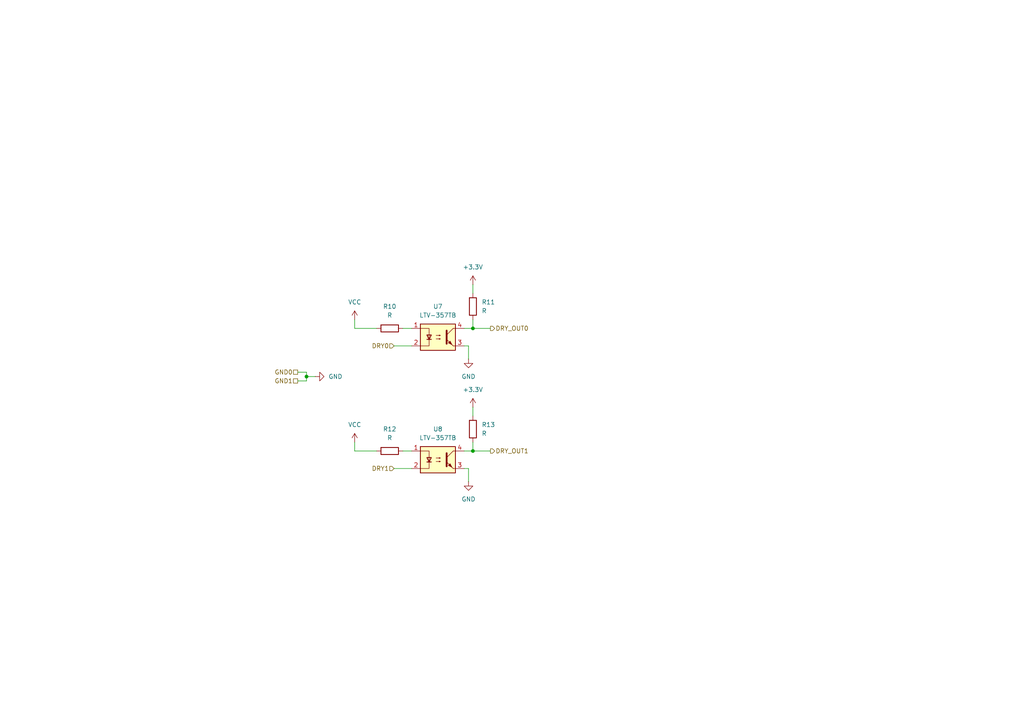
<source format=kicad_sch>
(kicad_sch (version 20250114) (generator "eeschema") (generator_version "9.0")
  (paper "A4")
  (lib_symbols
    (symbol "Device:R" (pin_numbers (hide yes)) (pin_names (offset 0))
      (property "Reference" "R" (at 2.032 0 90))
      (property "Value" "R" (at 0 0 90))
      (symbol "R_0_1"
        (rectangle (start -1.016 -2.54) (end 1.016 2.54) (stroke (width 0.254)))
      )
      (symbol "R_1_1"
        (pin passive line (at 0 3.81 270) (length 1.27) (name "~") (number "1"))
        (pin passive line (at 0 -3.81 90) (length 1.27) (name "~") (number "2"))
      )
    )
    (symbol "Isolator:LTV-357T" (pin_names (offset 1.016))
      (property "Reference" "U" (at -5.334 4.826 0))
      (property "Value" "LTV-357T" (at 0 5.08 0))
      (symbol "LTV-357T_0_1"
        (rectangle (start -5.08 3.81) (end 5.08 -3.81) (stroke (width 0.254)) (fill (type background)))
        (polyline (pts (xy -5.08 2.54) (xy -2.54 2.54) (xy -2.54 -0.762)))
        (polyline (pts (xy -3.175 -0.635) (xy -1.905 -0.635)) (stroke (width 0.254)))
        (polyline (pts (xy -2.54 -0.635) (xy -2.54 -2.54) (xy -5.08 -2.54)))
        (polyline (pts (xy -2.54 -0.635) (xy -3.175 0.635) (xy -1.905 0.635) (xy -2.54 -0.635)) (stroke (width 0.254)))
        (polyline (pts (xy -0.508 0.508) (xy 0.762 0.508) (xy 0.381 0.381) (xy 0.381 0.635) (xy 0.762 0.508)))
        (polyline (pts (xy -0.508 -0.508) (xy 0.762 -0.508) (xy 0.381 -0.635) (xy 0.381 -0.381) (xy 0.762 -0.508)))
        (polyline (pts (xy 2.54 1.905) (xy 2.54 -1.905) (xy 2.54 -1.905)) (stroke (width 0.508)))
        (polyline (pts (xy 2.54 0.635) (xy 4.445 2.54)))
        (polyline (pts (xy 3.048 -1.651) (xy 3.556 -1.143) (xy 4.064 -2.159) (xy 3.048 -1.651) (xy 3.048 -1.651)) (fill (type outline)))
        (polyline (pts (xy 4.445 2.54) (xy 5.08 2.54)))
        (polyline (pts (xy 4.445 -2.54) (xy 2.54 -0.635)) (fill (type outline)))
        (polyline (pts (xy 4.445 -2.54) (xy 5.08 -2.54)))
      )
      (symbol "LTV-357T_1_1"
        (pin passive line (at -7.62 2.54 0) (length 2.54) (name "~") (number "1"))
        (pin passive line (at -7.62 -2.54 0) (length 2.54) (name "~") (number "2"))
        (pin passive line (at 7.62 2.54 180) (length 2.54) (name "~") (number "4"))
        (pin passive line (at 7.62 -2.54 180) (length 2.54) (name "~") (number "3"))
      )
    )
    (symbol "power:+3.3V" (power) (pin_numbers (hide yes)) (pin_names (offset 0) (hide yes))
      (property "Value" "+3.3V" (at 0 3.556 0))
      (symbol "+3.3V_0_1"
        (polyline (pts (xy -0.762 1.27) (xy 0 2.54)))
        (polyline (pts (xy 0 2.54) (xy 0.762 1.27)))
        (polyline (pts (xy 0 0) (xy 0 2.54)))
      )
      (symbol "+3.3V_1_1"
        (pin power_in line (at 0 0 90) (length 0) (name "~") (number "1"))
      )
    )
    (symbol "power:GND" (power) (pin_numbers (hide yes)) (pin_names (offset 0) (hide yes))
      (property "Value" "GND" (at 0 -3.81 0))
      (symbol "GND_0_1"
        (polyline (pts (xy 0 0) (xy 0 -1.27) (xy 1.27 -1.27) (xy 0 -2.54) (xy -1.27 -1.27) (xy 0 -1.27)))
      )
      (symbol "GND_1_1"
        (pin power_in line (at 0 0 270) (length 0) (name "~") (number "1"))
      )
    )
    (symbol "power:VCC" (power) (pin_numbers (hide yes)) (pin_names (offset 0) (hide yes))
      (property "Value" "VCC" (at 0 3.556 0))
      (symbol "VCC_0_1"
        (polyline (pts (xy -0.762 1.27) (xy 0 2.54)))
        (polyline (pts (xy 0 2.54) (xy 0.762 1.27)))
        (polyline (pts (xy 0 0) (xy 0 2.54)))
      )
      (symbol "VCC_1_1"
        (pin power_in line (at 0 0 90) (length 0) (name "~") (number "1"))
      )
    )
  )
  (junction (at 137.16 130.81))
  (junction (at 88.9 109.22))
  (junction (at 137.16 95.25))
  (wire (pts (xy 137.16 130.81) (xy 142.24 130.81)))
  (wire (pts (xy 102.87 95.25) (xy 109.22 95.25)))
  (wire (pts (xy 88.9 110.49) (xy 88.9 109.22)))
  (wire (pts (xy 86.36 110.49) (xy 88.9 110.49)))
  (wire (pts (xy 102.87 130.81) (xy 109.22 130.81)))
  (wire (pts (xy 137.16 82.55) (xy 137.16 85.09)))
  (wire (pts (xy 116.84 130.81) (xy 119.38 130.81)))
  (wire (pts (xy 88.9 109.22) (xy 88.9 107.95)))
  (wire (pts (xy 137.16 95.25) (xy 137.16 92.71)))
  (wire (pts (xy 114.3 100.33) (xy 119.38 100.33)))
  (wire (pts (xy 88.9 109.22) (xy 91.44 109.22)))
  (wire (pts (xy 116.84 95.25) (xy 119.38 95.25)))
  (wire (pts (xy 86.36 107.95) (xy 88.9 107.95)))
  (wire (pts (xy 102.87 128.27) (xy 102.87 130.81)))
  (wire (pts (xy 102.87 92.71) (xy 102.87 95.25)))
  (wire (pts (xy 135.89 139.7) (xy 135.89 135.89)))
  (wire (pts (xy 134.62 95.25) (xy 137.16 95.25)))
  (wire (pts (xy 134.62 130.81) (xy 137.16 130.81)))
  (wire (pts (xy 114.3 135.89) (xy 119.38 135.89)))
  (wire (pts (xy 135.89 104.14) (xy 135.89 100.33)))
  (wire (pts (xy 137.16 95.25) (xy 142.24 95.25)))
  (wire (pts (xy 135.89 135.89) (xy 134.62 135.89)))
  (wire (pts (xy 137.16 118.11) (xy 137.16 120.65)))
  (wire (pts (xy 135.89 100.33) (xy 134.62 100.33)))
  (wire (pts (xy 137.16 130.81) (xy 137.16 128.27)))
  (hierarchical_label "DRY_OUT0" (shape output) (at 142.24 95.25 0))
  (hierarchical_label "DRY1" (shape input) (at 114.3 135.89 180))
  (hierarchical_label "GND0" (shape passive) (at 86.36 107.95 180))
  (hierarchical_label "GND1" (shape passive) (at 86.36 110.49 180))
  (hierarchical_label "DRY_OUT1" (shape output) (at 142.24 130.81 0))
  (hierarchical_label "DRY0" (shape input) (at 114.3 100.33 180))
  (symbol (lib_id "Device:R") (at 137.16 88.9 180) (unit 1)
    (property "Reference" "R11" (at 139.7 87.6299 0) (effects (justify right)))
    (property "Value" "R" (at 139.7 90.1699 0) (effects (justify right)))
    (property "Description" "Resistor" (effects (hide yes)))
  )
  (symbol (lib_id "power:+3.3V") (at 137.16 82.55 0) (unit 1)
    (property "Reference" "#PWR035" (effects (hide yes)))
    (property "Value" "+3.3V" (at 137.16 77.47 0))
    (property "Description" "Power symbol creates a global label with name \"+3.3V\"" (effects (hide yes)))
  )
  (symbol (lib_id "power:+3.3V") (at 137.16 118.11 0) (unit 1)
    (property "Reference" "#PWR040" (effects (hide yes)))
    (property "Value" "+3.3V" (at 137.16 113.03 0))
    (property "Description" "Power symbol creates a global label with name \"+3.3V\"" (effects (hide yes)))
  )
  (symbol (lib_id "power:VCC") (at 102.87 92.71 0) (unit 1)
    (property "Reference" "#PWR036" (effects (hide yes)))
    (property "Value" "VCC" (at 102.87 87.63 0))
    (property "Description" "Power symbol creates a global label with name \"VCC\"" (effects (hide yes)))
  )
  (symbol (lib_id "Isolator:LTV-357T") (at 127 97.79 0) (unit 1)
    (property "Reference" "U7" (at 127 88.9 0))
    (property "Value" "LTV-357TB" (at 127 91.44 0))
    (property "Footprint" "Package_SO:SO-4_4.4x3.6mm_P2.54mm" (effects (hide yes)))
    (property "Datasheet" "https://www.buerklin.com/medias/sys_master/download/download/h91/ha0/8892020588574.pdf" (effects (hide yes)))
    (property "Description" "DC Optocoupler, Vce 35V, CTR 50%, SO-4" (effects (hide yes)))
  )
  (symbol (lib_id "Device:R") (at 137.16 124.46 180) (unit 1)
    (property "Reference" "R13" (at 139.7 123.1899 0) (effects (justify right)))
    (property "Value" "R" (at 139.7 125.7299 0) (effects (justify right)))
    (property "Description" "Resistor" (effects (hide yes)))
  )
  (symbol (lib_id "power:GND") (at 91.44 109.22 90) (unit 1)
    (property "Reference" "#PWR033" (effects (hide yes)))
    (property "Value" "GND" (at 95.25 109.2199 90) (effects (justify right)))
    (property "Description" "Power symbol creates a global label with name \"GND\" , ground" (effects (hide yes)))
  )
  (symbol (lib_id "Device:R") (at 113.03 95.25 90) (unit 1)
    (property "Reference" "R10" (at 113.03 88.9 90))
    (property "Value" "R" (at 113.03 91.44 90))
    (property "Footprint" "Resistor_SMD:R_0603_1608Metric" (effects (hide yes)))
    (property "Description" "Resistor" (effects (hide yes)))
    (property "LCSC#" "C114670" (effects (hide yes)))
  )
  (symbol (lib_id "Device:R") (at 113.03 130.81 90) (unit 1)
    (property "Reference" "R12" (at 113.03 124.46 90))
    (property "Value" "R" (at 113.03 127 90))
    (property "Footprint" "Resistor_SMD:R_0603_1608Metric" (effects (hide yes)))
    (property "Description" "Resistor" (effects (hide yes)))
    (property "LCSC#" "C114670" (effects (hide yes)))
  )
  (symbol (lib_id "power:GND") (at 135.89 104.14 0) (unit 1)
    (property "Reference" "#PWR034" (effects (hide yes)))
    (property "Value" "GND" (at 135.89 109.22 0))
    (property "Description" "Power symbol creates a global label with name \"GND\" , ground" (effects (hide yes)))
  )
  (symbol (lib_id "power:GND") (at 135.89 139.7 0) (unit 1)
    (property "Reference" "#PWR039" (effects (hide yes)))
    (property "Value" "GND" (at 135.89 144.78 0))
    (property "Description" "Power symbol creates a global label with name \"GND\" , ground" (effects (hide yes)))
  )
  (symbol (lib_id "Isolator:LTV-357T") (at 127 133.35 0) (unit 1)
    (property "Reference" "U8" (at 127 124.46 0))
    (property "Value" "LTV-357TB" (at 127 127 0))
    (property "Footprint" "Package_SO:SO-4_4.4x3.6mm_P2.54mm" (effects (hide yes)))
    (property "Datasheet" "https://www.buerklin.com/medias/sys_master/download/download/h91/ha0/8892020588574.pdf" (effects (hide yes)))
    (property "Description" "DC Optocoupler, Vce 35V, CTR 50%, SO-4" (effects (hide yes)))
  )
  (symbol (lib_id "power:VCC") (at 102.87 128.27 0) (unit 1)
    (property "Reference" "#PWR037" (effects (hide yes)))
    (property "Value" "VCC" (at 102.87 123.19 0))
    (property "Description" "Power symbol creates a global label with name \"VCC\"" (effects (hide yes)))
  )
)
</source>
